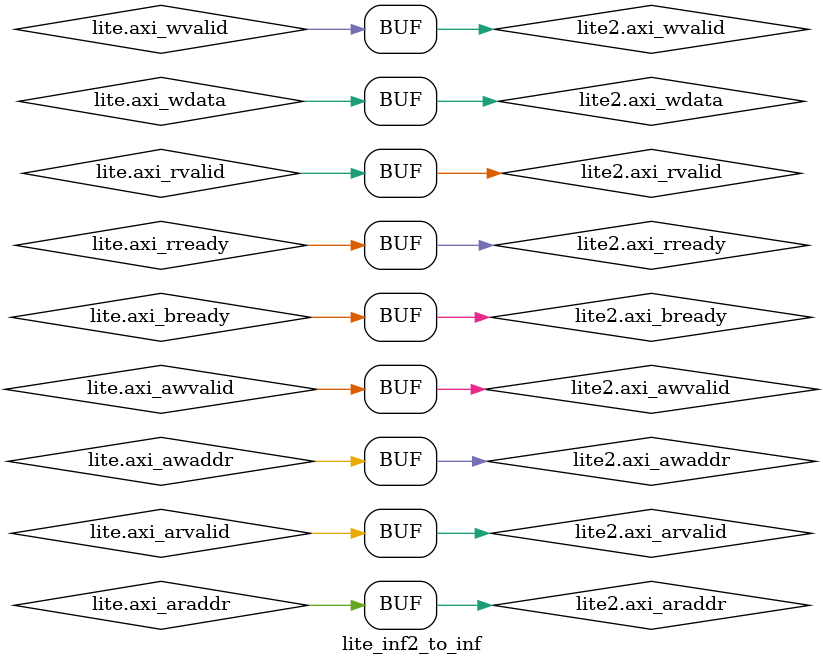
<source format=sv>
/**********************************************
_______________________________________ 
___________    Cook Darwin   __________    
_______________________________________
descript:
author : Cook.Darwin
Version: VERA.0.0
creaded: 2018-3-21 17:05:16
madified:
***********************************************/
`timescale 1ns/1ps
module lite_inf2_to_inf (
    axi_lite_inf2.slaver    lite2,
    axi_lite_inf.master     lite
);

always@(*)begin
    lite.axi_awaddr      = lite2.axi_awaddr;
    lite.axi_awvalid     = lite2.axi_awvalid;
    lite.axi_wdata       = lite2.axi_wdata;
    lite.axi_wvalid      = lite2.axi_wvalid;
    lite.axi_bready      = lite2.axi_bready;
    lite.axi_araddr      = lite2.axi_araddr;
    lite.axi_arvalid     = lite2.axi_arvalid;
    lite.axi_rready      = lite2.axi_rready;
end


assign lite2.axi_wready  = lite.axi_wready;
assign lite2.axi_bresp   = lite.axi_bresp;
assign lite2.axi_bvalid  = lite.axi_bvalid;
assign lite2.axi_awready = lite.axi_awready;
assign lite2.axi_arready = lite.axi_arready;
assign lite2.axi_rdata   = lite.axi_rdata;
//assign lite2.axi_rresp   = '0;
assign lite2.axi_rvalid  = lite.axi_rvalid;

endmodule

</source>
